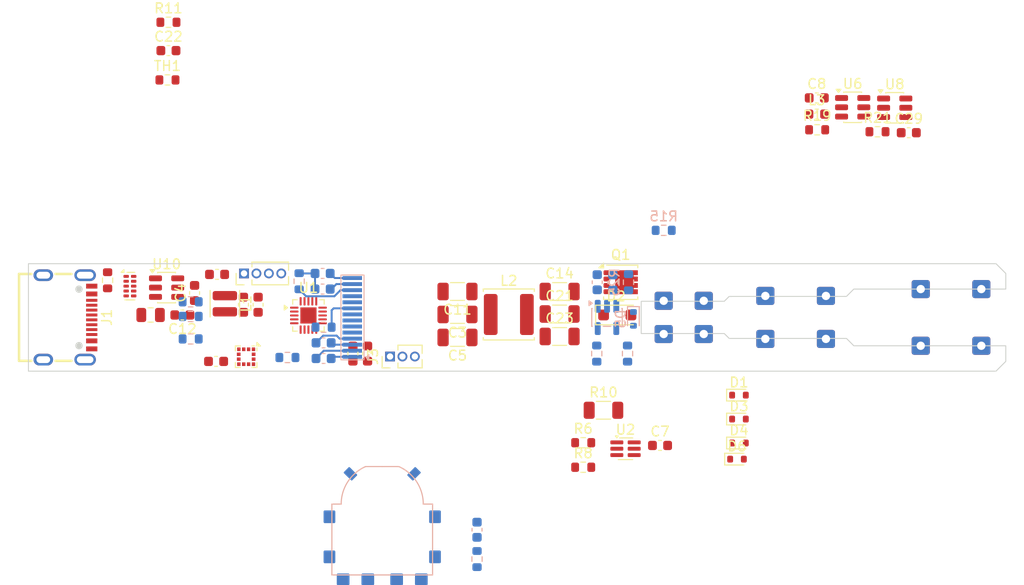
<source format=kicad_pcb>
(kicad_pcb
	(version 20241229)
	(generator "pcbnew")
	(generator_version "9.0")
	(general
		(thickness 1.6)
		(legacy_teardrops no)
	)
	(paper "A4")
	(layers
		(0 "F.Cu" signal)
		(4 "In1.Cu" signal)
		(6 "In2.Cu" signal)
		(2 "B.Cu" signal)
		(9 "F.Adhes" user "F.Adhesive")
		(11 "B.Adhes" user "B.Adhesive")
		(13 "F.Paste" user)
		(15 "B.Paste" user)
		(5 "F.SilkS" user "F.Silkscreen")
		(7 "B.SilkS" user "B.Silkscreen")
		(1 "F.Mask" user)
		(3 "B.Mask" user)
		(17 "Dwgs.User" user "User.Drawings")
		(19 "Cmts.User" user "User.Comments")
		(21 "Eco1.User" user "User.Eco1")
		(23 "Eco2.User" user "User.Eco2")
		(25 "Edge.Cuts" user)
		(27 "Margin" user)
		(31 "F.CrtYd" user "F.Courtyard")
		(29 "B.CrtYd" user "B.Courtyard")
		(35 "F.Fab" user)
		(33 "B.Fab" user)
		(39 "User.1" user)
		(41 "User.2" user)
		(43 "User.3" user)
		(45 "User.4" user)
	)
	(setup
		(stackup
			(layer "F.SilkS"
				(type "Top Silk Screen")
				(color "Black")
			)
			(layer "F.Paste"
				(type "Top Solder Paste")
			)
			(layer "F.Mask"
				(type "Top Solder Mask")
				(color "White")
				(thickness 0.01)
			)
			(layer "F.Cu"
				(type "copper")
				(thickness 0.035)
			)
			(layer "dielectric 1"
				(type "prepreg")
				(thickness 0.1)
				(material "FR4")
				(epsilon_r 4.5)
				(loss_tangent 0.02)
			)
			(layer "In1.Cu"
				(type "copper")
				(thickness 0.035)
			)
			(layer "dielectric 2"
				(type "core")
				(thickness 1.24)
				(material "FR4")
				(epsilon_r 4.5)
				(loss_tangent 0.02)
			)
			(layer "In2.Cu"
				(type "copper")
				(thickness 0.035)
			)
			(layer "dielectric 3"
				(type "prepreg")
				(thickness 0.1)
				(material "FR4")
				(epsilon_r 4.5)
				(loss_tangent 0.02)
			)
			(layer "B.Cu"
				(type "copper")
				(thickness 0.035)
			)
			(layer "B.Mask"
				(type "Bottom Solder Mask")
				(thickness 0.01)
			)
			(layer "B.Paste"
				(type "Bottom Solder Paste")
			)
			(layer "B.SilkS"
				(type "Bottom Silk Screen")
			)
			(copper_finish "None")
			(dielectric_constraints no)
		)
		(pad_to_mask_clearance 0)
		(allow_soldermask_bridges_in_footprints no)
		(tenting front back)
		(grid_origin 100.5 158.2)
		(pcbplotparams
			(layerselection 0x00000000_00000000_55555555_5755f5ff)
			(plot_on_all_layers_selection 0x00000000_00000000_00000000_00000000)
			(disableapertmacros no)
			(usegerberextensions no)
			(usegerberattributes yes)
			(usegerberadvancedattributes yes)
			(creategerberjobfile yes)
			(dashed_line_dash_ratio 12.000000)
			(dashed_line_gap_ratio 3.000000)
			(svgprecision 4)
			(plotframeref no)
			(mode 1)
			(useauxorigin no)
			(hpglpennumber 1)
			(hpglpenspeed 20)
			(hpglpendiameter 15.000000)
			(pdf_front_fp_property_popups yes)
			(pdf_back_fp_property_popups yes)
			(pdf_metadata yes)
			(pdf_single_document no)
			(dxfpolygonmode yes)
			(dxfimperialunits yes)
			(dxfusepcbnewfont yes)
			(psnegative no)
			(psa4output no)
			(plot_black_and_white yes)
			(sketchpadsonfab no)
			(plotpadnumbers no)
			(hidednponfab no)
			(sketchdnponfab yes)
			(crossoutdnponfab yes)
			(subtractmaskfromsilk no)
			(outputformat 1)
			(mirror no)
			(drillshape 1)
			(scaleselection 1)
			(outputdirectory "")
		)
	)
	(net 0 "")
	(net 1 "+3.3V")
	(net 2 "GND")
	(net 3 "VBUS")
	(net 4 "Net-(U10-SW)")
	(net 5 "Net-(U10-BST)")
	(net 6 "/BTN")
	(net 7 "/ENC_B")
	(net 8 "Net-(D3-K)")
	(net 9 "/TC_FB")
	(net 10 "/BOOTSEL")
	(net 11 "Net-(C27-Pad2)")
	(net 12 "/SCL")
	(net 13 "/DISP_NRST")
	(net 14 "/SDA")
	(net 15 "/ENC_A")
	(net 16 "/BLUE")
	(net 17 "/D-")
	(net 18 "Net-(D1-A)")
	(net 19 "/HEATER_ON")
	(net 20 "Net-(D5-K)")
	(net 21 "/CC2")
	(net 22 "/CC1")
	(net 23 "/LED_RING")
	(net 24 "/VBUS_FB")
	(net 25 "/CURR_FB")
	(net 26 "unconnected-(U1-PB12-Pad15)")
	(net 27 "unconnected-(U2-REF-Pad1)")
	(net 28 "Net-(J4-Pin_13)")
	(net 29 "Net-(J4-Pin_2)")
	(net 30 "Net-(J4-Pin_1)")
	(net 31 "Net-(J4-Pin_4)")
	(net 32 "Net-(J4-Pin_3)")
	(net 33 "Net-(J4-Pin_14)")
	(net 34 "Net-(U7--)")
	(net 35 "Net-(J1-SHIELD)")
	(net 36 "unconnected-(J4-Pin_6-Pad6)")
	(net 37 "Net-(J4-Pin_12)")
	(net 38 "/RED")
	(net 39 "unconnected-(U5-~{CS}-Pad10)")
	(net 40 "/JDP")
	(net 41 "/JDN")
	(net 42 "unconnected-(U3-NC-Pad6)")
	(net 43 "unconnected-(U3-NC-Pad10)")
	(net 44 "unconnected-(U3-NC-Pad7)")
	(net 45 "unconnected-(U3-NC-Pad9)")
	(net 46 "Net-(J4-Pin_9)")
	(net 47 "unconnected-(U1-PA4-Pad6)")
	(net 48 "/VDRIVE")
	(net 49 "/NTC")
	(net 50 "Net-(D6-K)")
	(net 51 "unconnected-(U5-INT1-Pad5)")
	(net 52 "unconnected-(U5-INT2-Pad6)")
	(net 53 "unconnected-(U11-Pad0)")
	(net 54 "Net-(Q1-D)")
	(net 55 "Net-(Q1-G)")
	(net 56 "unconnected-(U11-Pad0)_1")
	(net 57 "unconnected-(U11-Pad0)_2")
	(net 58 "unconnected-(U11-Pad0)_3")
	(net 59 "unconnected-(U11-Pad0)_4")
	(net 60 "unconnected-(U11-Pad0)_5")
	(net 61 "/VDRIVE_ON")
	(net 62 "Net-(U6-FB)")
	(net 63 "unconnected-(U6-NC-Pad6)")
	(net 64 "unconnected-(U1-PA3-Pad5)")
	(net 65 "Net-(U2-IN-)")
	(footprint "Capacitor_SMD:C_0603_1608Metric" (layer "F.Cu") (at 165.125 165.8))
	(footprint "Connector_Wire:SolderWire-0.25sqmm_1x01_D0.65mm_OD1.7mm" (layer "F.Cu") (at 182.1 150.5 90))
	(footprint "Capacitor_SMD:C_0603_1608Metric" (layer "F.Cu") (at 122.5 151.4 -90))
	(footprint "Capacitor_SMD:C_0603_1608Metric" (layer "F.Cu") (at 117.5 150.2 90))
	(footprint "Capacitor_SMD:C_1206_3216Metric" (layer "F.Cu") (at 144.4 152.4 180))
	(footprint "Inductor_SMD:L_0603_1608Metric" (layer "F.Cu") (at 181.1625 131.9))
	(footprint "Package_SON:USON-10_2.5x1.0mm_P0.5mm" (layer "F.Cu") (at 110.885 149.5))
	(footprint "Capacitor_SMD:C_0603_1608Metric" (layer "F.Cu") (at 181.1625 130.24))
	(footprint "Connector_Wire:SolderWire-0.25sqmm_1x01_D0.65mm_OD1.7mm" (layer "F.Cu") (at 169.6 154.4 90))
	(footprint "Package_SON:VSON-8_3.3x3.3mm_P0.65mm_NexFET" (layer "F.Cu") (at 161.1 149.1))
	(footprint "Capacitor_SMD:C_1206_3216Metric" (layer "F.Cu") (at 154.85 154.65))
	(footprint "Connector_Wire:SolderWire-0.25sqmm_1x01_D0.65mm_OD1.7mm" (layer "F.Cu") (at 198 155.6 90))
	(footprint "Capacitor_SMD:C_0603_1608Metric" (layer "F.Cu") (at 135.2 156.4 -90))
	(footprint "Inductor_SMD:L_Changjiang_FTC252012S" (layer "F.Cu") (at 120.6 151.3 -90))
	(footprint "Connector_Wire:SolderWire-0.25sqmm_1x01_D0.65mm_OD1.7mm" (layer "F.Cu") (at 165.5 151 90))
	(footprint "Resistor_SMD:R_0603_1608Metric" (layer "F.Cu") (at 181.2 133.5))
	(footprint "Connector_Wire:SolderWire-0.25sqmm_1x01_D0.65mm_OD1.7mm" (layer "F.Cu") (at 191.8 155.6 90))
	(footprint "Capacitor_SMD:C_0603_1608Metric" (layer "F.Cu") (at 190.575 133.8))
	(footprint "Connector_Wire:SolderWire-0.25sqmm_1x01_D0.65mm_OD1.7mm" (layer "F.Cu") (at 182.1 154.9 90))
	(footprint "Custom:USB-C-SMD_U263-163N-4GS1735" (layer "F.Cu") (at 104.5 152.7 -90))
	(footprint "Diode_SMD:D_SOD-523" (layer "F.Cu") (at 173 167.2))
	(footprint "Connector_Wire:SolderWire-0.25sqmm_1x01_D0.65mm_OD1.7mm" (layer "F.Cu") (at 175.9 150.5 90))
	(footprint "Inductor_SMD:L_Changjiang_FNR5030S" (layer "F.Cu") (at 149.65 152.4))
	(footprint "Connector_Wire:SolderWire-0.25sqmm_1x01_D0.65mm_OD1.7mm" (layer "F.Cu") (at 175.9 154.9 90))
	(footprint "Resistor_SMD:R_0603_1608Metric" (layer "F.Cu") (at 157.2625 165.52))
	(footprint "Capacitor_SMD:C_0603_1608Metric" (layer "F.Cu") (at 133.7 156.4 -90))
	(footprint "Capacitor_SMD:C_1206_3216Metric" (layer "F.Cu") (at 154.85 150.05))
	(footprint "Package_TO_SOT_SMD:SOT-23-6" (layer "F.Cu") (at 189.1375 131.25))
	(footprint "Diode_SMD:D_SOD-123F" (layer "F.Cu") (at 160.75 152.45))
	(footprint "Connector_PinHeader_1.27mm:PinHeader_1x03_P1.27mm_Vertical" (layer "F.Cu") (at 137.5 156.7 90))
	(footprint "Capacitor_SMD:C_1206_3216Metric" (layer "F.Cu") (at 144.4 150.05 180))
	(footprint "Capacitor_SMD:C_0603_1608Metric" (layer "F.Cu") (at 116.25 152.45 180))
	(footprint "Diode_SMD:D_SOD-523" (layer "F.Cu") (at 173.2 160.65))
	(footprint "Package_DFN_QFN:QFN-20-1EP_3x3mm_P0.4mm_EP1.65x1.65mm" (layer "F.Cu") (at 129.15 152.5))
	(footprint "Package_LGA:LGA-12_2x2mm_P0.5mm" (layer "F.Cu") (at 122.7775 156.7225 -90))
	(footprint "Connector_Wire:SolderWire-0.25sqmm_1x01_D0.65mm_OD1.7mm" (layer "F.Cu") (at 198 149.8 90))
	(footprint "Connector_PinHeader_1.27mm:PinHeader_1x04_P1.27mm_Vertical" (layer "F.Cu") (at 122.56 148.2 90))
	(footprint "Connector_Wire:SolderWire-0.25sqmm_1x01_D0.65mm_OD1.7mm" (layer "F.Cu") (at 165.5 154.4 90))
	(footprint "Capacitor_SMD:C_0603_1608Metric" (layer "F.Cu") (at 119.7 157.2 180))
	(footprint "Resistor_SMD:R_0603_1608Metric" (layer "F.Cu") (at 157.2625 168.03))
	(footprint "Resistor_SMD:R_0603_1608Metric" (layer "F.Cu") (at 114.825 122.5))
	(footprint "Capacitor_SMD:C_0603_1608Metric" (layer "F.Cu") (at 124 151.4 -90))
	(footprint "Connector_Wire:SolderWire-0.25sqmm_1x01_D0.65mm_OD1.7mm" (layer "F.Cu") (at 169.6 151 90))
	(footprint "Capacitor_SMD:C_0603_1608Metric" (layer "F.Cu") (at 119.8 148.3 180))
	(footprint "Diode_SMD:D_SOD-523" (layer "F.Cu") (at 173.2 163.1))
	(footprint "Package_TO_SOT_SMD:SOT-23-6" (layer "F.Cu") (at 184.8375 131.2))
	(footprint "Connector_Wire:SolderWire-0.25sqmm_1x01_D0.65mm_OD1.7mm"
		(layer "F.Cu")
		(uuid "c3ad0d4e-7a2e-4ac5-a05b-6b4a301b545b")
		(at 191.8 149.8 90)
		(descr "Soldered wire connection, for a single 0.25 mm² wire, basic insulation, conductor diameter 0.65mm, outer diameter 1.7mm, size source Multi-Contact FLEXI-E_0.25 (https://www.staubli.com/content/dam/ecs/catalogs-brochures/TM/CAB-Main-11014119-en.pdf#page=9), bend radius 3 times outer diameter, generated with kicad-footprint-generator")
		(tags "connector wire 0.25sqmm")
		(property "Reference" "J13"
			(at 0 -2.12 90)
			(layer "F.SilkS")
			(hide yes)
			(uuid "30489e82-40bc-4f27-be1f-db861d054dab")
			(effects
				(font
					(size 1 1)
					(thickness 0.15)
				)
			)
		)
		(property "Value" "TIP_G"
			(at 0 2.12 90)
			(layer "F.Fab")
			(uuid "b5c1e14d-a45f-45fb-b383-6b0841eb35cb")
			(effects
				(font
					(size 1 1)
					(thickness 0.15)
				)
			)
		)
		(property "Datasheet" "~"
			(at 0 0 90)
			(layer "F.Fab")
			(hide yes)
			(uuid "f598caf4-48a8-4370-b899-ec83b7e6c4e6")
			(effects
				(font
					(size 1.27 1.27)
					(thickness 0.15)
				)
			)
		)
		(property
... [157633 chars truncated]
</source>
